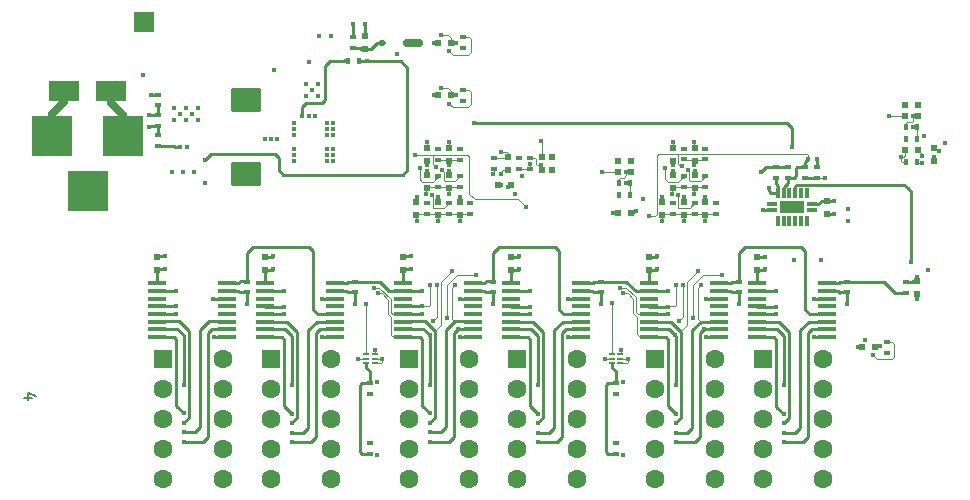
<source format=gbr>
G04 #@! TF.GenerationSoftware,KiCad,Pcbnew,7.0.9*
G04 #@! TF.CreationDate,2024-02-03T10:08:10-06:00*
G04 #@! TF.ProjectId,Stopwatch,53746f70-7761-4746-9368-2e6b69636164,rev?*
G04 #@! TF.SameCoordinates,Original*
G04 #@! TF.FileFunction,Copper,L4,Bot*
G04 #@! TF.FilePolarity,Positive*
%FSLAX46Y46*%
G04 Gerber Fmt 4.6, Leading zero omitted, Abs format (unit mm)*
G04 Created by KiCad (PCBNEW 7.0.9) date 2024-02-03 10:08:10*
%MOMM*%
%LPD*%
G01*
G04 APERTURE LIST*
G04 Aperture macros list*
%AMRoundRect*
0 Rectangle with rounded corners*
0 $1 Rounding radius*
0 $2 $3 $4 $5 $6 $7 $8 $9 X,Y pos of 4 corners*
0 Add a 4 corners polygon primitive as box body*
4,1,4,$2,$3,$4,$5,$6,$7,$8,$9,$2,$3,0*
0 Add four circle primitives for the rounded corners*
1,1,$1+$1,$2,$3*
1,1,$1+$1,$4,$5*
1,1,$1+$1,$6,$7*
1,1,$1+$1,$8,$9*
0 Add four rect primitives between the rounded corners*
20,1,$1+$1,$2,$3,$4,$5,0*
20,1,$1+$1,$4,$5,$6,$7,0*
20,1,$1+$1,$6,$7,$8,$9,0*
20,1,$1+$1,$8,$9,$2,$3,0*%
G04 Aperture macros list end*
%ADD10C,0.150000*%
G04 #@! TA.AperFunction,NonConductor*
%ADD11C,0.150000*%
G04 #@! TD*
G04 #@! TA.AperFunction,ComponentPad*
%ADD12R,1.700000X1.700000*%
G04 #@! TD*
G04 #@! TA.AperFunction,ComponentPad*
%ADD13R,1.600000X1.600000*%
G04 #@! TD*
G04 #@! TA.AperFunction,ComponentPad*
%ADD14C,1.600000*%
G04 #@! TD*
G04 #@! TA.AperFunction,ComponentPad*
%ADD15R,3.500000X3.500000*%
G04 #@! TD*
G04 #@! TA.AperFunction,SMDPad,CuDef*
%ADD16R,0.600000X0.400000*%
G04 #@! TD*
G04 #@! TA.AperFunction,SMDPad,CuDef*
%ADD17R,0.500000X0.600000*%
G04 #@! TD*
G04 #@! TA.AperFunction,SMDPad,CuDef*
%ADD18R,0.570000X0.200000*%
G04 #@! TD*
G04 #@! TA.AperFunction,SMDPad,CuDef*
%ADD19R,0.520000X0.200000*%
G04 #@! TD*
G04 #@! TA.AperFunction,SMDPad,CuDef*
%ADD20R,0.600000X0.500000*%
G04 #@! TD*
G04 #@! TA.AperFunction,SMDPad,CuDef*
%ADD21R,1.500000X0.450000*%
G04 #@! TD*
G04 #@! TA.AperFunction,SMDPad,CuDef*
%ADD22RoundRect,0.112500X-0.187500X-0.112500X0.187500X-0.112500X0.187500X0.112500X-0.187500X0.112500X0*%
G04 #@! TD*
G04 #@! TA.AperFunction,SMDPad,CuDef*
%ADD23R,0.400000X0.600000*%
G04 #@! TD*
G04 #@! TA.AperFunction,SMDPad,CuDef*
%ADD24RoundRect,0.250000X-1.025000X0.787500X-1.025000X-0.787500X1.025000X-0.787500X1.025000X0.787500X0*%
G04 #@! TD*
G04 #@! TA.AperFunction,SMDPad,CuDef*
%ADD25R,0.850000X0.300000*%
G04 #@! TD*
G04 #@! TA.AperFunction,SMDPad,CuDef*
%ADD26R,0.300000X0.850000*%
G04 #@! TD*
G04 #@! TA.AperFunction,SMDPad,CuDef*
%ADD27R,2.050000X1.050000*%
G04 #@! TD*
G04 #@! TA.AperFunction,SMDPad,CuDef*
%ADD28R,2.500000X1.800000*%
G04 #@! TD*
G04 #@! TA.AperFunction,ViaPad*
%ADD29C,0.400000*%
G04 #@! TD*
G04 #@! TA.AperFunction,Conductor*
%ADD30C,0.254000*%
G04 #@! TD*
G04 #@! TA.AperFunction,Conductor*
%ADD31C,0.635000*%
G04 #@! TD*
G04 #@! TA.AperFunction,Conductor*
%ADD32C,0.088900*%
G04 #@! TD*
G04 APERTURE END LIST*
D10*
D11*
X86775847Y-116563950D02*
X86109180Y-116563950D01*
X87156800Y-116325855D02*
X86442514Y-116087760D01*
X86442514Y-116087760D02*
X86442514Y-116706807D01*
D12*
X96269800Y-84705000D03*
D13*
X118681400Y-113192800D03*
D14*
X118681400Y-115732800D03*
X118681400Y-118272800D03*
X118681400Y-120812800D03*
X118681400Y-123352800D03*
X123761400Y-123352800D03*
X123761400Y-120812800D03*
X123761400Y-118272800D03*
X123761400Y-115732800D03*
X123761400Y-113192800D03*
D15*
X94498000Y-94306200D03*
X88498000Y-94306200D03*
X91498000Y-99006200D03*
D13*
X127825400Y-113192800D03*
D14*
X127825400Y-115732800D03*
X127825400Y-118272800D03*
X127825400Y-120812800D03*
X127825400Y-123352800D03*
X132905400Y-123352800D03*
X132905400Y-120812800D03*
X132905400Y-118272800D03*
X132905400Y-115732800D03*
X132905400Y-113192800D03*
D13*
X97853400Y-113192800D03*
D14*
X97853400Y-115732800D03*
X97853400Y-118272800D03*
X97853400Y-120812800D03*
X97853400Y-123352800D03*
X102933400Y-123352800D03*
X102933400Y-120812800D03*
X102933400Y-118272800D03*
X102933400Y-115732800D03*
X102933400Y-113192800D03*
D13*
X148653400Y-113192800D03*
D14*
X148653400Y-115732800D03*
X148653400Y-118272800D03*
X148653400Y-120812800D03*
X148653400Y-123352800D03*
X153733400Y-123352800D03*
X153733400Y-120812800D03*
X153733400Y-118272800D03*
X153733400Y-115732800D03*
X153733400Y-113192800D03*
D13*
X139509400Y-113192800D03*
D14*
X139509400Y-115732800D03*
X139509400Y-118272800D03*
X139509400Y-120812800D03*
X139509400Y-123352800D03*
X144589400Y-123352800D03*
X144589400Y-120812800D03*
X144589400Y-118272800D03*
X144589400Y-115732800D03*
X144589400Y-113192800D03*
D13*
X106997400Y-113192800D03*
D14*
X106997400Y-115732800D03*
X106997400Y-118272800D03*
X106997400Y-120812800D03*
X106997400Y-123352800D03*
X112077400Y-123352800D03*
X112077400Y-120812800D03*
X112077400Y-118272800D03*
X112077400Y-115732800D03*
X112077400Y-113192800D03*
D16*
X121168000Y-95456400D03*
X121168000Y-96356400D03*
D17*
X120253600Y-97667800D03*
X120253600Y-98767800D03*
D16*
X125785190Y-106688000D03*
X125785190Y-107588000D03*
X153222800Y-96980400D03*
X153222800Y-97880400D03*
D18*
X136609500Y-112833200D03*
X136609500Y-113183200D03*
X136609500Y-113533200D03*
D19*
X135879500Y-113533200D03*
X135879500Y-113183200D03*
X135879500Y-112833200D03*
D16*
X104957190Y-106688000D03*
X104957190Y-107588000D03*
X143799400Y-95431000D03*
X143799400Y-96331000D03*
D17*
X106553000Y-105655200D03*
X106553000Y-104555200D03*
D20*
X160724600Y-91740800D03*
X161824600Y-91740800D03*
D21*
X112449400Y-106818000D03*
X112449400Y-107468000D03*
X112449400Y-108118000D03*
X112449400Y-108768000D03*
X112449400Y-109418000D03*
X112449400Y-110068000D03*
X112449400Y-110718000D03*
X112449400Y-111368000D03*
X106549400Y-111368000D03*
X106549400Y-110718000D03*
X106549400Y-110068000D03*
X106549400Y-109418000D03*
X106549400Y-108768000D03*
X106549400Y-108118000D03*
X106549400Y-107468000D03*
X106549400Y-106818000D03*
D17*
X129931000Y-96118400D03*
X129931000Y-97218400D03*
D22*
X116461800Y-86432200D03*
X118561800Y-86432200D03*
D17*
X130845400Y-96118400D03*
X130845400Y-97218400D03*
X142885000Y-97660600D03*
X142885000Y-98760600D03*
D16*
X115366600Y-116173200D03*
X115366600Y-115273200D03*
D17*
X122082400Y-95356400D03*
X122082400Y-96456400D03*
D16*
X136194600Y-116173200D03*
X136194600Y-115273200D03*
D20*
X136391400Y-96490600D03*
X137491400Y-96490600D03*
D21*
X144961400Y-106818000D03*
X144961400Y-107468000D03*
X144961400Y-108118000D03*
X144961400Y-108768000D03*
X144961400Y-109418000D03*
X144961400Y-110068000D03*
X144961400Y-110718000D03*
X144961400Y-111368000D03*
X139061400Y-111368000D03*
X139061400Y-110718000D03*
X139061400Y-110068000D03*
X139061400Y-109418000D03*
X139061400Y-108768000D03*
X139061400Y-108118000D03*
X139061400Y-107468000D03*
X139061400Y-106818000D03*
D20*
X127372200Y-98497200D03*
X126272200Y-98497200D03*
D21*
X154105400Y-106818000D03*
X154105400Y-107468000D03*
X154105400Y-108118000D03*
X154105400Y-108768000D03*
X154105400Y-109418000D03*
X154105400Y-110068000D03*
X154105400Y-110718000D03*
X154105400Y-111368000D03*
X148205400Y-111368000D03*
X148205400Y-110718000D03*
X148205400Y-110068000D03*
X148205400Y-109418000D03*
X148205400Y-108768000D03*
X148205400Y-108118000D03*
X148205400Y-107468000D03*
X148205400Y-106818000D03*
D16*
X123277600Y-91352600D03*
X123277600Y-90452600D03*
X149743000Y-97880400D03*
X149743000Y-96980400D03*
D18*
X115794100Y-112833200D03*
X115794100Y-113183200D03*
X115794100Y-113533200D03*
D19*
X115064100Y-113533200D03*
X115064100Y-113183200D03*
X115064100Y-112833200D03*
D17*
X119339200Y-99946600D03*
X119339200Y-101046600D03*
X122996800Y-99946600D03*
X122996800Y-101046600D03*
D23*
X160824600Y-94560200D03*
X161724600Y-94560200D03*
D16*
X120253600Y-100046600D03*
X120253600Y-100946600D03*
D17*
X142885000Y-95331000D03*
X142885000Y-96431000D03*
D20*
X161824600Y-95500000D03*
X160724600Y-95500000D03*
D16*
X143799400Y-97760600D03*
X143799400Y-98660600D03*
X115366600Y-120353200D03*
X115366600Y-121253200D03*
D20*
X137491400Y-100834000D03*
X136391400Y-100834000D03*
D16*
X125882400Y-97118400D03*
X125882400Y-96218400D03*
D23*
X136491400Y-99310000D03*
X137391400Y-99310000D03*
D16*
X97469800Y-92586200D03*
X97469800Y-93486200D03*
D21*
X103305400Y-106818000D03*
X103305400Y-107468000D03*
X103305400Y-108118000D03*
X103305400Y-108768000D03*
X103305400Y-109418000D03*
X103305400Y-110068000D03*
X103305400Y-110718000D03*
X103305400Y-111368000D03*
X97405400Y-111368000D03*
X97405400Y-110718000D03*
X97405400Y-110068000D03*
X97405400Y-109418000D03*
X97405400Y-108768000D03*
X97405400Y-108118000D03*
X97405400Y-107468000D03*
X97405400Y-106818000D03*
D16*
X160817400Y-107617400D03*
X160817400Y-106717400D03*
D17*
X141970600Y-99946600D03*
X141970600Y-101046600D03*
D16*
X122082400Y-100046600D03*
X122082400Y-100946600D03*
D20*
X122303600Y-86432200D03*
X121203600Y-86432200D03*
D16*
X142885000Y-100046600D03*
X142885000Y-100946600D03*
D24*
X104876600Y-91324700D03*
X104876600Y-97549700D03*
D23*
X137391400Y-98344800D03*
X136491400Y-98344800D03*
D17*
X122082400Y-97667800D03*
X122082400Y-98767800D03*
X143799400Y-99939400D03*
X143799400Y-101039400D03*
D16*
X121168000Y-97767800D03*
X121168000Y-98667800D03*
X134929190Y-106688000D03*
X134929190Y-107588000D03*
D17*
X141056200Y-95323800D03*
X141056200Y-96423800D03*
D16*
X123277600Y-86882200D03*
X123277600Y-85982200D03*
D21*
X133277400Y-106818000D03*
X133277400Y-107468000D03*
X133277400Y-108118000D03*
X133277400Y-108768000D03*
X133277400Y-109418000D03*
X133277400Y-110068000D03*
X133277400Y-110718000D03*
X133277400Y-111368000D03*
X127377400Y-111368000D03*
X127377400Y-110718000D03*
X127377400Y-110068000D03*
X127377400Y-109418000D03*
X127377400Y-108768000D03*
X127377400Y-108118000D03*
X127377400Y-107468000D03*
X127377400Y-106818000D03*
D16*
X141970600Y-97760600D03*
X141970600Y-98660600D03*
D20*
X160724600Y-92655200D03*
X161824600Y-92655200D03*
D17*
X114971428Y-86982200D03*
X114971428Y-85882200D03*
D16*
X128026000Y-96218400D03*
X128026000Y-97118400D03*
X97469800Y-90859000D03*
X97469800Y-91759000D03*
X114101190Y-106688000D03*
X114101190Y-107588000D03*
X152232200Y-96980400D03*
X152232200Y-97880400D03*
X122996800Y-97767800D03*
X122996800Y-98667800D03*
D20*
X122303600Y-90902600D03*
X121203600Y-90902600D03*
D17*
X127381000Y-105655200D03*
X127381000Y-104555200D03*
X161696400Y-107687200D03*
X161696400Y-106587200D03*
D16*
X97469800Y-94288000D03*
X97469800Y-95188000D03*
X113980828Y-86882200D03*
X113980828Y-85982200D03*
D25*
X152865400Y-100626800D03*
D26*
X152415400Y-101576800D03*
X151915400Y-101576800D03*
X151415400Y-101576800D03*
X150915400Y-101576800D03*
X150415400Y-101576800D03*
X149915400Y-101576800D03*
D25*
X149465400Y-100626800D03*
X149465400Y-100126800D03*
D26*
X149915400Y-99176800D03*
X150415400Y-99176800D03*
X150915400Y-99176800D03*
X151415400Y-99176800D03*
X151915400Y-99176800D03*
X152415400Y-99176800D03*
D25*
X152865400Y-100126800D03*
D27*
X151165400Y-100376800D03*
D17*
X140141800Y-99939400D03*
X140141800Y-101039400D03*
D16*
X141970600Y-95423800D03*
X141970600Y-96323800D03*
D17*
X127086200Y-97218400D03*
X127086200Y-96118400D03*
D16*
X146613190Y-106688000D03*
X146613190Y-107588000D03*
D17*
X148209000Y-105655200D03*
X148209000Y-104555200D03*
D20*
X158192400Y-112238600D03*
X157092400Y-112238600D03*
D16*
X144713800Y-100039400D03*
X144713800Y-100939400D03*
D17*
X163195000Y-95369200D03*
X163195000Y-96469200D03*
X139065000Y-105655200D03*
X139065000Y-104555200D03*
D16*
X155757190Y-106688000D03*
X155757190Y-107588000D03*
D17*
X120253600Y-95356400D03*
X120253600Y-96456400D03*
D16*
X122996800Y-95456400D03*
X122996800Y-96356400D03*
D17*
X118237000Y-105655200D03*
X118237000Y-104555200D03*
X121168000Y-99946600D03*
X121168000Y-101046600D03*
D23*
X114430828Y-87956200D03*
X113530828Y-87956200D03*
X161724600Y-96545400D03*
X160824600Y-96545400D03*
X161724600Y-93595000D03*
X160824600Y-93595000D03*
D16*
X159166400Y-112688600D03*
X159166400Y-111788600D03*
X150759000Y-97880400D03*
X150759000Y-96980400D03*
X136194600Y-120353200D03*
X136194600Y-121253200D03*
D28*
X93500800Y-90521600D03*
X89500800Y-90521600D03*
D16*
X128991200Y-97118400D03*
X128991200Y-96218400D03*
X123911200Y-100046600D03*
X123911200Y-100946600D03*
X141056200Y-100039400D03*
X141056200Y-100939400D03*
D21*
X124133400Y-106818000D03*
X124133400Y-107468000D03*
X124133400Y-108118000D03*
X124133400Y-108768000D03*
X124133400Y-109418000D03*
X124133400Y-110068000D03*
X124133400Y-110718000D03*
X124133400Y-111368000D03*
X118233400Y-111368000D03*
X118233400Y-110718000D03*
X118233400Y-110068000D03*
X118233400Y-109418000D03*
X118233400Y-108768000D03*
X118233400Y-108118000D03*
X118233400Y-107468000D03*
X118233400Y-106818000D03*
D17*
X141056200Y-97660600D03*
X141056200Y-98760600D03*
X97409000Y-105655200D03*
X97409000Y-104555200D03*
X154111800Y-99826800D03*
X154111800Y-100926800D03*
D20*
X136391400Y-97405000D03*
X137491400Y-97405000D03*
D29*
X96850200Y-90855800D03*
X104876600Y-97561400D03*
X110769400Y-92633800D03*
X146608800Y-108581300D03*
X120142000Y-99263200D03*
X109993400Y-90982800D03*
X98039610Y-104513000D03*
X108940600Y-93726000D03*
X150647400Y-100376800D03*
X162610800Y-105664000D03*
X120243600Y-96774000D03*
X121158000Y-101574600D03*
X142863411Y-96783510D03*
X152984200Y-111379000D03*
X148539200Y-97409000D03*
X155854400Y-100507800D03*
X102179810Y-111345600D03*
X111323810Y-111371000D03*
X114092410Y-108581300D03*
X153898600Y-97891600D03*
X151663400Y-100376800D03*
X126502000Y-98497200D03*
X142865000Y-99212400D03*
X104368600Y-98124200D03*
X114985800Y-84861400D03*
X118867610Y-104513000D03*
X108940600Y-95910400D03*
X161366200Y-92659200D03*
X96189800Y-89154000D03*
X139695610Y-104538400D03*
X107238800Y-88773000D03*
X162306000Y-94335600D03*
X160324800Y-96088200D03*
X108940600Y-94244000D03*
X156692600Y-112242600D03*
X117652800Y-87376000D03*
X108940600Y-93228000D03*
X108940600Y-96428400D03*
X137239900Y-113182400D03*
X110261400Y-88036400D03*
X120827800Y-90906600D03*
X122986800Y-101574600D03*
X110501400Y-90420000D03*
X148666200Y-100634800D03*
X151282400Y-104851200D03*
X125776410Y-108581300D03*
X105384600Y-97108200D03*
X143835810Y-111371000D03*
X123007810Y-111345600D03*
X105384600Y-98124200D03*
X120819900Y-86440200D03*
X122072400Y-99212400D03*
X119354600Y-101574600D03*
X104948410Y-108581300D03*
X127660400Y-99263200D03*
X99949000Y-95275400D03*
X129921000Y-96824800D03*
X116408200Y-113182400D03*
X154660600Y-100914200D03*
X106984800Y-94564200D03*
X140934600Y-99263200D03*
X163195000Y-96113600D03*
X128295400Y-97688400D03*
X128011610Y-104538400D03*
X138480800Y-99669600D03*
X107183610Y-104538400D03*
X101447600Y-98298000D03*
X104368600Y-97108200D03*
X126517400Y-95707200D03*
X151165400Y-100376800D03*
X141036200Y-96774000D03*
X106486800Y-94564200D03*
X161696400Y-106248200D03*
X148844000Y-104546400D03*
X122070811Y-96783510D03*
X107502800Y-94564200D03*
X109993400Y-89966800D03*
X155748410Y-108581300D03*
X111009400Y-90982800D03*
X140147200Y-101574600D03*
X143779400Y-101574600D03*
X135991600Y-100838000D03*
X108940600Y-95412400D03*
X141950600Y-101574600D03*
X164084000Y-94945200D03*
X137083800Y-97409000D03*
X111009400Y-89966800D03*
X134920410Y-108581300D03*
X132151810Y-111371000D03*
X104368600Y-90834400D03*
X104876600Y-91287600D03*
X104368600Y-91850400D03*
X105384600Y-91850400D03*
X105384600Y-90834400D03*
X99339400Y-95275400D03*
X98602800Y-97383902D03*
X98831400Y-91973400D03*
X100863400Y-92989400D03*
X100355400Y-92481400D03*
X99847400Y-91973400D03*
X99847400Y-92989400D03*
X100507800Y-97383902D03*
X100863400Y-91973400D03*
X99568000Y-97383902D03*
X99339400Y-92481400D03*
X98831400Y-92989400D03*
X130845400Y-96118400D03*
X130845400Y-97218400D03*
X136391400Y-96490600D03*
X137491400Y-96490600D03*
X160724600Y-91740800D03*
X161824600Y-91740800D03*
X128026000Y-96218400D03*
X136491400Y-99310000D03*
X160824600Y-94560200D03*
X112293400Y-93726000D03*
X135259500Y-113181600D03*
X140147200Y-99542600D03*
X122072400Y-94869000D03*
X112293400Y-95910400D03*
X116001800Y-115163600D03*
X121412000Y-90271600D03*
X136834300Y-121360400D03*
X120243600Y-97307400D03*
X142865000Y-94869000D03*
X122674100Y-86440200D03*
X122682000Y-90906600D03*
X148844000Y-105638600D03*
X114427000Y-113182400D03*
X155854400Y-101574600D03*
X126493679Y-97557220D03*
X141036200Y-94869000D03*
X137896600Y-100711000D03*
X111074200Y-85902800D03*
X120243600Y-94869000D03*
X112293400Y-96428400D03*
X154660600Y-99822000D03*
X139695610Y-105630600D03*
X98039610Y-105605200D03*
X142915800Y-97307400D03*
X118867610Y-105605200D03*
X121158000Y-99542600D03*
X162179000Y-96037400D03*
X157302200Y-111607600D03*
X119532400Y-86436200D03*
X119354600Y-99542600D03*
X111785400Y-93726000D03*
X112115600Y-85902800D03*
X153619200Y-104851200D03*
X112293400Y-94244000D03*
X112293400Y-93228000D03*
X111785400Y-94244000D03*
X107183610Y-105630600D03*
X141950600Y-99542600D03*
X110236000Y-92659200D03*
X163576000Y-95571702D03*
X127057376Y-98654360D03*
X121404100Y-85805200D03*
X161696400Y-108153200D03*
X141036200Y-97307400D03*
X111785400Y-95412400D03*
X111785400Y-95910400D03*
X122123200Y-97307400D03*
X159334200Y-92659200D03*
X112293400Y-95412400D03*
X115798600Y-112471200D03*
X135051800Y-97409000D03*
X111785400Y-96428400D03*
X158563435Y-112150499D03*
X128011610Y-105630600D03*
X143779400Y-99542600D03*
X136834300Y-115162800D03*
X116001800Y-121361200D03*
X129921000Y-94792800D03*
X136631100Y-112470400D03*
X111785400Y-93228000D03*
X122986800Y-99542600D03*
X123269700Y-86886200D03*
X136199100Y-116172400D03*
X136199100Y-120352400D03*
X123277600Y-91352600D03*
X159166400Y-112688600D03*
X115366600Y-116173200D03*
X115366600Y-120353200D03*
X101447600Y-96367600D03*
X115112800Y-88011000D03*
X124231400Y-93243400D03*
X151155400Y-95300800D03*
X153238200Y-96266000D03*
X108127800Y-107467400D03*
X141833600Y-96901000D03*
X128600200Y-100380800D03*
X139008650Y-101142800D03*
X98983800Y-107467400D03*
X120986000Y-96977200D03*
X119237650Y-95910400D03*
X152476200Y-96266000D03*
X149225000Y-98755200D03*
X113334800Y-88011000D03*
X109677200Y-92633800D03*
X113969800Y-84861400D03*
X160817400Y-107617400D03*
X96723200Y-92557600D03*
X96723200Y-93573600D03*
X161239200Y-105003600D03*
X122115300Y-87176800D03*
X122123200Y-91643200D03*
X158013400Y-112852200D03*
X128981200Y-96748600D03*
X137083800Y-98348800D03*
X161366200Y-93599000D03*
X125857000Y-97561400D03*
X162179000Y-96596200D03*
X149783800Y-107467400D03*
X140639800Y-107467400D03*
X143789400Y-95456400D03*
X119811800Y-107442000D03*
X122996800Y-95456400D03*
X128955800Y-107467400D03*
X132130800Y-108127800D03*
X123012200Y-108127800D03*
X111328200Y-108127800D03*
X152958800Y-108127800D03*
X115062000Y-108559600D03*
X135864600Y-108483400D03*
X102082600Y-108127800D03*
X143814800Y-108127800D03*
X141046200Y-100046600D03*
X141450878Y-99366456D03*
X142875000Y-100046600D03*
X144703800Y-100046600D03*
X141888100Y-97840300D03*
X140401200Y-97053400D03*
X142285800Y-97210800D03*
X143789400Y-97767800D03*
X141960600Y-95456400D03*
X120253600Y-100046600D03*
X120658278Y-99366456D03*
X122082400Y-100046600D03*
X123911200Y-100046600D03*
X119608600Y-97053400D03*
X121095500Y-97840300D03*
X121526300Y-97243900D03*
X122996800Y-97767800D03*
X121168000Y-95456400D03*
X150420600Y-115463200D03*
X149783800Y-109423200D03*
X149783800Y-108788200D03*
X150420600Y-117863200D03*
X150420600Y-118663200D03*
X150420600Y-119463200D03*
X150418800Y-120269000D03*
X141272210Y-115455200D03*
X141868800Y-106959400D03*
X141563310Y-109982000D03*
X141256610Y-111220400D03*
X140635410Y-109415200D03*
X136560200Y-107188000D03*
X141310000Y-106959400D03*
X140635410Y-108780200D03*
X136865000Y-107674300D03*
X141272210Y-117855200D03*
X143164200Y-105791000D03*
X141272210Y-118655200D03*
X141272210Y-119455200D03*
X143392800Y-106959400D03*
X145196200Y-106070400D03*
X141270410Y-120261000D03*
X142732400Y-109728000D03*
X143668410Y-110684600D03*
X129588210Y-115455200D03*
X128951410Y-109415200D03*
X128951410Y-108780200D03*
X129588210Y-117855200D03*
X129588210Y-118655200D03*
X129588210Y-119455200D03*
X129586410Y-120261000D03*
X120444210Y-111220400D03*
X120444210Y-115429800D03*
X121056400Y-106959400D03*
X120750910Y-109982000D03*
X115747800Y-107188000D03*
X119807410Y-109389800D03*
X120497600Y-106959400D03*
X119807410Y-108754800D03*
X116052600Y-107674300D03*
X120444210Y-117829800D03*
X122351800Y-105791000D03*
X120444210Y-118629800D03*
X120444210Y-119429800D03*
X122580400Y-106959400D03*
X122856010Y-110684600D03*
X121920000Y-109728000D03*
X124383800Y-106070400D03*
X120442410Y-120235600D03*
X108760210Y-115455200D03*
X108123410Y-109415200D03*
X108123410Y-108780200D03*
X108760210Y-117855200D03*
X108760210Y-118655200D03*
X108760210Y-119455200D03*
X108758410Y-120261000D03*
X99616210Y-115429800D03*
X98979410Y-109389800D03*
X98979410Y-108754800D03*
X99616210Y-117829800D03*
X99616210Y-118629800D03*
X99616210Y-119429800D03*
X99614410Y-120235600D03*
D30*
X97469800Y-90859000D02*
X96853400Y-90859000D01*
D31*
X93500800Y-91545000D02*
X94498000Y-92542200D01*
X94498000Y-92542200D02*
X94498000Y-94306200D01*
D30*
X96853400Y-90859000D02*
X96850200Y-90855800D01*
D31*
X93500800Y-90521600D02*
X93500800Y-91545000D01*
D32*
X122986800Y-101056600D02*
X122996800Y-101046600D01*
X122082400Y-99202400D02*
X122072400Y-99212400D01*
D30*
X155042200Y-107468000D02*
X155168600Y-107594400D01*
X104952800Y-107588000D02*
X104952800Y-108576910D01*
D32*
X142775000Y-98667800D02*
X142875000Y-98767800D01*
X142863411Y-96783510D02*
X142863411Y-96467989D01*
X160824600Y-96545400D02*
X160426400Y-96545400D01*
D30*
X149465400Y-100626800D02*
X148674200Y-100626800D01*
X134924800Y-107588000D02*
X134924800Y-108576910D01*
D32*
X126817400Y-96118400D02*
X126717400Y-96218400D01*
D30*
X155175000Y-107588000D02*
X155757190Y-107588000D01*
X111334810Y-111360000D02*
X111323810Y-111371000D01*
X154105400Y-111368000D02*
X152995200Y-111368000D01*
D32*
X141960600Y-96356400D02*
X142775000Y-96356400D01*
X160426400Y-96545400D02*
X160324800Y-96443800D01*
X142875000Y-98767800D02*
X142875000Y-99202400D01*
X127000000Y-95707200D02*
X127086200Y-95793400D01*
X121158000Y-101056600D02*
X121168000Y-101046600D01*
X122070811Y-96783510D02*
X122070811Y-96467989D01*
D30*
X160817400Y-106717400D02*
X161278000Y-106717400D01*
D32*
X141036200Y-96466400D02*
X141046200Y-96456400D01*
X136491400Y-98344800D02*
X136491400Y-97950600D01*
D30*
X146613190Y-108576910D02*
X146608800Y-108581300D01*
D32*
X129416200Y-96218400D02*
X129489200Y-96291400D01*
D30*
X125780800Y-108576910D02*
X125776410Y-108581300D01*
D32*
X120819900Y-86440200D02*
X121191700Y-86440200D01*
D30*
X118232610Y-104521800D02*
X118858810Y-104521800D01*
D32*
X120353600Y-98667800D02*
X120253600Y-98767800D01*
X115794100Y-113533200D02*
X116336800Y-113533200D01*
D31*
X89500800Y-91474200D02*
X89500800Y-90521600D01*
D30*
X114096800Y-108576910D02*
X114092410Y-108581300D01*
D32*
X161696400Y-106248200D02*
X161696400Y-106587200D01*
X157088400Y-112242600D02*
X157092400Y-112238600D01*
X121982400Y-98667800D02*
X122082400Y-98767800D01*
X140231800Y-100946600D02*
X140131800Y-101046600D01*
X140131800Y-101559200D02*
X140131800Y-101046600D01*
X137083800Y-97409000D02*
X137487400Y-97409000D01*
D30*
X148209000Y-104555200D02*
X148835200Y-104555200D01*
X144957010Y-111360000D02*
X143846810Y-111360000D01*
D32*
X123911200Y-100946600D02*
X123096800Y-100946600D01*
X141950600Y-101574600D02*
X141950600Y-101056600D01*
D30*
X102190810Y-111334600D02*
X102179810Y-111345600D01*
D32*
X137083800Y-97663000D02*
X137083800Y-97409000D01*
X137169300Y-113532400D02*
X137240700Y-113461000D01*
X141146200Y-96356400D02*
X141046200Y-96456400D01*
X126517400Y-95707200D02*
X127000000Y-95707200D01*
D30*
X124129010Y-111334600D02*
X123018810Y-111334600D01*
X113514610Y-107580000D02*
X114096800Y-107580000D01*
X153222800Y-97880400D02*
X152232200Y-97880400D01*
X103301010Y-111334600D02*
X102190810Y-111334600D01*
D32*
X136575800Y-97866200D02*
X136880600Y-97866200D01*
X141960600Y-98667800D02*
X141146200Y-98667800D01*
X120142000Y-98879400D02*
X120253600Y-98767800D01*
X140147200Y-101574600D02*
X140131800Y-101559200D01*
X129921000Y-97208400D02*
X129931000Y-97218400D01*
X141046200Y-100946600D02*
X141860600Y-100946600D01*
D30*
X133273010Y-111360000D02*
X132162810Y-111360000D01*
X134342610Y-107580000D02*
X134924800Y-107580000D01*
X146026610Y-107580000D02*
X146608800Y-107580000D01*
X143846810Y-111360000D02*
X143835810Y-111371000D01*
D32*
X142975000Y-98667800D02*
X142875000Y-98767800D01*
X122070811Y-96467989D02*
X122082400Y-96456400D01*
X161290000Y-93116400D02*
X160909000Y-93116400D01*
X122182400Y-98667800D02*
X122082400Y-98767800D01*
X119439200Y-100946600D02*
X119339200Y-101046600D01*
X142875000Y-100946600D02*
X143689400Y-100946600D01*
X121158000Y-101574600D02*
X121158000Y-101056600D01*
X143889400Y-100946600D02*
X143789400Y-101046600D01*
X141860600Y-100946600D02*
X141960600Y-101046600D01*
X121168000Y-96356400D02*
X121982400Y-96356400D01*
D30*
X123018810Y-111334600D02*
X123007810Y-111345600D01*
D32*
X153887400Y-97880400D02*
X153898600Y-97891600D01*
X160324800Y-96088200D02*
X160629600Y-96088200D01*
X120253600Y-100946600D02*
X121068000Y-100946600D01*
X129921000Y-96824800D02*
X129921000Y-97208400D01*
X143789400Y-96356400D02*
X142975000Y-96356400D01*
X143779400Y-101574600D02*
X143779400Y-101056600D01*
X120353600Y-96356400D02*
X120253600Y-96456400D01*
X129565400Y-96824800D02*
X129921000Y-96824800D01*
D30*
X113381810Y-107460000D02*
X113508210Y-107586400D01*
X114971428Y-85882200D02*
X114971428Y-84875772D01*
D32*
X120243600Y-96466400D02*
X120253600Y-96456400D01*
X142875000Y-100946600D02*
X142060600Y-100946600D01*
D30*
X161408200Y-106587200D02*
X161696400Y-106587200D01*
X150759000Y-96980400D02*
X149743000Y-96980400D01*
D32*
X135991600Y-100838000D02*
X136387400Y-100838000D01*
X128991200Y-96218400D02*
X129416200Y-96218400D01*
D30*
X125780800Y-107588000D02*
X125780800Y-108576910D01*
D32*
X144703800Y-100946600D02*
X143889400Y-100946600D01*
D30*
X98030810Y-104521800D02*
X98039610Y-104513000D01*
D32*
X123096800Y-100946600D02*
X122996800Y-101046600D01*
D30*
X125065810Y-107434600D02*
X125192210Y-107561000D01*
X152995200Y-111368000D02*
X152984200Y-111379000D01*
X155752800Y-108576910D02*
X155748410Y-108581300D01*
D32*
X120827800Y-90906600D02*
X121199600Y-90906600D01*
X142975000Y-96356400D02*
X142875000Y-96456400D01*
X120253600Y-100946600D02*
X119439200Y-100946600D01*
X160724600Y-95993200D02*
X160724600Y-95500000D01*
X153222800Y-97880400D02*
X153887400Y-97880400D01*
X122996800Y-98667800D02*
X122182400Y-98667800D01*
X161366200Y-92659200D02*
X161366200Y-93040200D01*
X127086200Y-96118400D02*
X126817400Y-96118400D01*
D30*
X139686810Y-104547200D02*
X139695610Y-104538400D01*
D32*
X141146200Y-98667800D02*
X141046200Y-98767800D01*
D30*
X145893810Y-107460000D02*
X146020210Y-107586400D01*
D32*
X141036200Y-96774000D02*
X141036200Y-96466400D01*
X129489200Y-96291400D02*
X129489200Y-96748600D01*
D30*
X154648000Y-100926800D02*
X154660600Y-100914200D01*
D32*
X143779400Y-101056600D02*
X143789400Y-101046600D01*
D30*
X104364210Y-107561000D02*
X104370610Y-107554600D01*
D32*
X160629600Y-96088200D02*
X160724600Y-95993200D01*
X161366200Y-92659200D02*
X161820600Y-92659200D01*
X156692600Y-112242600D02*
X157088400Y-112242600D01*
X122896800Y-100946600D02*
X122996800Y-101046600D01*
D30*
X113508210Y-107586400D02*
X113514610Y-107580000D01*
X104370610Y-107554600D02*
X104952800Y-107554600D01*
D32*
X140934600Y-98879400D02*
X141046200Y-98767800D01*
X141950600Y-101056600D02*
X141960600Y-101046600D01*
X121191700Y-86440200D02*
X121195700Y-86436200D01*
X116408200Y-113461800D02*
X116408200Y-113182400D01*
X116336800Y-113533200D02*
X116408200Y-113461800D01*
X141960600Y-98667800D02*
X142775000Y-98667800D01*
X122082400Y-100946600D02*
X122896800Y-100946600D01*
X140934600Y-99263200D02*
X140934600Y-98879400D01*
X122182400Y-96356400D02*
X122082400Y-96456400D01*
D30*
X125198610Y-107554600D02*
X125780800Y-107554600D01*
D32*
X122996800Y-96356400D02*
X122182400Y-96356400D01*
X136491400Y-97950600D02*
X136575800Y-97866200D01*
X126272200Y-98497200D02*
X126502000Y-98497200D01*
D30*
X149743000Y-96980400D02*
X148967800Y-96980400D01*
D32*
X137240700Y-113461000D02*
X137240700Y-113181600D01*
X136626600Y-113182400D02*
X137239900Y-113182400D01*
D30*
X161278000Y-106717400D02*
X161408200Y-106587200D01*
X154111800Y-100926800D02*
X154648000Y-100926800D01*
D32*
X121268000Y-100946600D02*
X121168000Y-101046600D01*
X137239900Y-113182400D02*
X137240700Y-113181600D01*
D30*
X124129010Y-107434600D02*
X125065810Y-107434600D01*
X104952800Y-108576910D02*
X104948410Y-108581300D01*
X133273010Y-107460000D02*
X134209810Y-107460000D01*
X104237810Y-107434600D02*
X104364210Y-107561000D01*
X114096800Y-107588000D02*
X114096800Y-108576910D01*
D32*
X121168000Y-98667800D02*
X121982400Y-98667800D01*
X126717400Y-96218400D02*
X126146400Y-96218400D01*
D30*
X139060610Y-104547200D02*
X139686810Y-104547200D01*
D31*
X88498000Y-94306200D02*
X88498000Y-92477000D01*
D32*
X120142000Y-99263200D02*
X120142000Y-98879400D01*
D30*
X154105400Y-107468000D02*
X155042200Y-107468000D01*
X132162810Y-111360000D02*
X132151810Y-111371000D01*
D32*
X121982400Y-96356400D02*
X122082400Y-96456400D01*
D30*
X144957010Y-107460000D02*
X145893810Y-107460000D01*
D32*
X161820600Y-92659200D02*
X161824600Y-92655200D01*
D30*
X97404610Y-104521800D02*
X98030810Y-104521800D01*
X106548610Y-104547200D02*
X107174810Y-104547200D01*
X155168600Y-107594400D02*
X155175000Y-107588000D01*
D32*
X116407400Y-113183200D02*
X116408200Y-113182400D01*
D30*
X107174810Y-104547200D02*
X107183610Y-104538400D01*
D32*
X121199600Y-90906600D02*
X121203600Y-90902600D01*
X136880600Y-97866200D02*
X137083800Y-97663000D01*
D30*
X155752800Y-107588000D02*
X155752800Y-108576910D01*
D32*
X142875000Y-99202400D02*
X142865000Y-99212400D01*
X160909000Y-93116400D02*
X160824600Y-93200800D01*
D30*
X134924800Y-108576910D02*
X134920410Y-108581300D01*
D32*
X136387400Y-100838000D02*
X136391400Y-100834000D01*
X142863411Y-96467989D02*
X142875000Y-96456400D01*
X143689400Y-100946600D02*
X143789400Y-101046600D01*
D30*
X112445010Y-107460000D02*
X113381810Y-107460000D01*
X146020210Y-107586400D02*
X146026610Y-107580000D01*
X134209810Y-107460000D02*
X134336210Y-107586400D01*
X103301010Y-107434600D02*
X104237810Y-107434600D01*
D32*
X137487400Y-97409000D02*
X137491400Y-97405000D01*
X142775000Y-96356400D02*
X142875000Y-96456400D01*
X142060600Y-100946600D02*
X141960600Y-101046600D01*
X122082400Y-100946600D02*
X121268000Y-100946600D01*
X119339200Y-101559200D02*
X119339200Y-101046600D01*
D30*
X112445010Y-111360000D02*
X111334810Y-111360000D01*
D32*
X160324800Y-96443800D02*
X160324800Y-96088200D01*
D30*
X148674200Y-100626800D02*
X148666200Y-100634800D01*
X128002810Y-104547200D02*
X128011610Y-104538400D01*
D32*
X163195000Y-96469200D02*
X163195000Y-96113600D01*
D30*
X148835200Y-104555200D02*
X148844000Y-104546400D01*
X148967800Y-96980400D02*
X148539200Y-97409000D01*
D32*
X119354600Y-101574600D02*
X119339200Y-101559200D01*
X122986800Y-101574600D02*
X122986800Y-101056600D01*
X136626600Y-113532400D02*
X137169300Y-113532400D01*
X115794100Y-113183200D02*
X116407400Y-113183200D01*
D30*
X118858810Y-104521800D02*
X118867610Y-104513000D01*
D32*
X121068000Y-100946600D02*
X121168000Y-101046600D01*
X141046200Y-100946600D02*
X140231800Y-100946600D01*
D30*
X114971428Y-84875772D02*
X114985800Y-84861400D01*
X127376610Y-104547200D02*
X128002810Y-104547200D01*
D32*
X120243600Y-96774000D02*
X120243600Y-96466400D01*
D31*
X88498000Y-92477000D02*
X89500800Y-91474200D01*
D32*
X160824600Y-93200800D02*
X160824600Y-93595000D01*
D30*
X125192210Y-107561000D02*
X125198610Y-107554600D01*
X146613190Y-107588000D02*
X146613190Y-108576910D01*
D32*
X143789400Y-98667800D02*
X142975000Y-98667800D01*
D30*
X134336210Y-107586400D02*
X134342610Y-107580000D01*
D32*
X129489200Y-96748600D02*
X129565400Y-96824800D01*
X122082400Y-98767800D02*
X122082400Y-99202400D01*
X161366200Y-93040200D02*
X161290000Y-93116400D01*
X127086200Y-95793400D02*
X127086200Y-96118400D01*
X121168000Y-98667800D02*
X120353600Y-98667800D01*
D30*
X99314000Y-95250000D02*
X99339400Y-95275400D01*
X97469800Y-95188000D02*
X98794800Y-95188000D01*
X98856800Y-95250000D02*
X99314000Y-95250000D01*
X98794800Y-95188000D02*
X98856800Y-95250000D01*
X114971428Y-86982200D02*
X114617400Y-86982200D01*
X115455800Y-86982200D02*
X114971428Y-86982200D01*
X116461800Y-86432200D02*
X116005800Y-86432200D01*
X116005800Y-86432200D02*
X115455800Y-86982200D01*
X114017428Y-86918800D02*
X113980828Y-86882200D01*
X114554000Y-86918800D02*
X114017428Y-86918800D01*
X114617400Y-86982200D02*
X114554000Y-86918800D01*
D32*
X122307600Y-90906600D02*
X122303600Y-90902600D01*
D30*
X97404610Y-105621800D02*
X98023010Y-105621800D01*
X97401010Y-105625400D02*
X97404610Y-105621800D01*
D31*
X118561800Y-86432200D02*
X119528400Y-86432200D01*
D30*
X139057010Y-106810000D02*
X139057010Y-105650800D01*
D32*
X163576000Y-95571702D02*
X163397502Y-95571702D01*
X142915800Y-97627000D02*
X142875000Y-97667800D01*
X141036200Y-97307400D02*
X141036200Y-97657800D01*
X114427800Y-113183200D02*
X114427000Y-113182400D01*
D30*
X97401010Y-106784600D02*
X97401010Y-105625400D01*
D32*
X122123200Y-97627000D02*
X122082400Y-97667800D01*
X119354600Y-99542600D02*
X119339200Y-99558000D01*
D30*
X106545010Y-105650800D02*
X106548610Y-105647200D01*
D32*
X140147200Y-99542600D02*
X140131800Y-99558000D01*
X143779400Y-99542600D02*
X143779400Y-99936600D01*
X135051800Y-97409000D02*
X135055800Y-97405000D01*
X140131800Y-99558000D02*
X140131800Y-99946600D01*
X158475334Y-112238600D02*
X158563435Y-112150499D01*
X129921000Y-94792800D02*
X129931000Y-94802800D01*
X136626600Y-112474900D02*
X136631100Y-112470400D01*
X141036200Y-95346400D02*
X141046200Y-95356400D01*
X162179000Y-96037400D02*
X162179000Y-95854400D01*
X136626600Y-112832400D02*
X136626600Y-112474900D01*
D30*
X139057010Y-105650800D02*
X139060610Y-105647200D01*
X139679010Y-105647200D02*
X139695610Y-105630600D01*
X127376610Y-105647200D02*
X127995010Y-105647200D01*
D32*
X122047000Y-90271600D02*
X122303600Y-90528200D01*
X120243600Y-97657800D02*
X120253600Y-97667800D01*
X122072400Y-95346400D02*
X122082400Y-95356400D01*
X115794100Y-112833200D02*
X115794100Y-112475700D01*
X122303600Y-90528200D02*
X122303600Y-90902600D01*
D30*
X154655800Y-99826800D02*
X154660600Y-99822000D01*
X127995010Y-105647200D02*
X128011610Y-105630600D01*
D32*
X127372200Y-98497200D02*
X127214536Y-98497200D01*
D30*
X148205400Y-106818000D02*
X148205400Y-105658800D01*
D31*
X119528400Y-86432200D02*
X119532400Y-86436200D01*
D30*
X118229010Y-106784600D02*
X118229010Y-105625400D01*
D32*
X120243600Y-95346400D02*
X120253600Y-95356400D01*
D30*
X148827400Y-105655200D02*
X148844000Y-105638600D01*
D32*
X158192400Y-112238600D02*
X158475334Y-112238600D01*
D30*
X118229010Y-105625400D02*
X118232610Y-105621800D01*
D32*
X141036200Y-94869000D02*
X141036200Y-95346400D01*
X126682400Y-97218400D02*
X127086200Y-97218400D01*
X115794100Y-112475700D02*
X115798600Y-112471200D01*
D30*
X148209000Y-105655200D02*
X148827400Y-105655200D01*
D32*
X121404100Y-85805200D02*
X122039100Y-85805200D01*
X121158000Y-99936600D02*
X121168000Y-99946600D01*
X143779400Y-99936600D02*
X143789400Y-99946600D01*
X122682000Y-90906600D02*
X122307600Y-90906600D01*
X122299700Y-86440200D02*
X122295700Y-86436200D01*
X122295700Y-86061800D02*
X122295700Y-86436200D01*
X122986800Y-99936600D02*
X122996800Y-99946600D01*
X135896600Y-113182400D02*
X135260300Y-113182400D01*
X121412000Y-90271600D02*
X122047000Y-90271600D01*
D30*
X127373010Y-106810000D02*
X127373010Y-105650800D01*
X98023010Y-105621800D02*
X98039610Y-105605200D01*
D32*
X119339200Y-99558000D02*
X119339200Y-99946600D01*
D30*
X106548610Y-105647200D02*
X107167010Y-105647200D01*
D32*
X162179000Y-95854400D02*
X161824600Y-95500000D01*
X142865000Y-94869000D02*
X142865000Y-95346400D01*
X120243600Y-97307400D02*
X120243600Y-97657800D01*
X115064100Y-113183200D02*
X114427800Y-113183200D01*
X141036200Y-97657800D02*
X141046200Y-97667800D01*
X135260300Y-113182400D02*
X135259500Y-113181600D01*
D30*
X154111800Y-99826800D02*
X154655800Y-99826800D01*
D32*
X126493679Y-97557220D02*
X126493679Y-97407321D01*
X141950600Y-99936600D02*
X141960600Y-99946600D01*
X137491400Y-100834000D02*
X137773600Y-100834000D01*
D30*
X118232610Y-105621800D02*
X118851010Y-105621800D01*
X148205400Y-105658800D02*
X148209000Y-105655200D01*
X127373010Y-105650800D02*
X127376610Y-105647200D01*
D32*
X122674100Y-86440200D02*
X122299700Y-86440200D01*
D30*
X153365200Y-100126800D02*
X153665200Y-99826800D01*
D32*
X122123200Y-97307400D02*
X122123200Y-97627000D01*
X159338200Y-92655200D02*
X160724600Y-92655200D01*
X137773600Y-100834000D02*
X137896600Y-100711000D01*
X141950600Y-99542600D02*
X141950600Y-99936600D01*
D30*
X106545010Y-106810000D02*
X106545010Y-105650800D01*
D32*
X135055800Y-97405000D02*
X136391400Y-97405000D01*
X122986800Y-99542600D02*
X122986800Y-99936600D01*
D30*
X153665200Y-99826800D02*
X154111800Y-99826800D01*
D32*
X129931000Y-94802800D02*
X129931000Y-96118400D01*
X163397502Y-95571702D02*
X163195000Y-95369200D01*
D30*
X118851010Y-105621800D02*
X118867610Y-105605200D01*
X107167010Y-105647200D02*
X107183610Y-105630600D01*
D32*
X127214536Y-98497200D02*
X127057376Y-98654360D01*
X161696400Y-108153200D02*
X161696400Y-107687200D01*
X126682400Y-97218600D02*
X126682400Y-97218400D01*
D30*
X152865400Y-100126800D02*
X153365200Y-100126800D01*
D32*
X121158000Y-99542600D02*
X121158000Y-99936600D01*
X142865000Y-95346400D02*
X142875000Y-95356400D01*
X122072400Y-94869000D02*
X122072400Y-95346400D01*
X126493679Y-97407321D02*
X126682400Y-97218600D01*
X122039100Y-85805200D02*
X122295700Y-86061800D01*
X142915800Y-97307400D02*
X142915800Y-97627000D01*
D30*
X139060610Y-105647200D02*
X139679010Y-105647200D01*
D32*
X120243600Y-94869000D02*
X120243600Y-95346400D01*
X159334200Y-92659200D02*
X159338200Y-92655200D01*
D30*
X107670600Y-97205800D02*
X108077000Y-97612200D01*
X107340400Y-95885000D02*
X107670600Y-96215200D01*
X118567200Y-88544400D02*
X118033800Y-88011000D01*
X101930200Y-95885000D02*
X107340400Y-95885000D01*
X101447600Y-96367600D02*
X101930200Y-95885000D01*
X115058000Y-87956200D02*
X115112800Y-88011000D01*
X114430828Y-87956200D02*
X115058000Y-87956200D01*
X118567200Y-97256600D02*
X118567200Y-88544400D01*
X107670600Y-96215200D02*
X107670600Y-97205800D01*
X108077000Y-97612200D02*
X118211600Y-97612200D01*
X118211600Y-97612200D02*
X118567200Y-97256600D01*
X118033800Y-88011000D02*
X115112800Y-88011000D01*
X151155400Y-93675200D02*
X150698200Y-93218000D01*
X151155400Y-95300800D02*
X151155400Y-93675200D01*
X124256800Y-93218000D02*
X124231400Y-93243400D01*
X150698200Y-93218000D02*
X124256800Y-93218000D01*
X153238200Y-96965000D02*
X153222800Y-96980400D01*
X153238200Y-96266000D02*
X153238200Y-96965000D01*
D32*
X120696550Y-95914650D02*
X120700800Y-95910400D01*
D30*
X150415400Y-98631600D02*
X150759000Y-98288000D01*
D32*
X152476200Y-95986600D02*
X152476200Y-96266000D01*
X139674600Y-100965000D02*
X139496800Y-101142800D01*
X120700800Y-95910400D02*
X119237650Y-95910400D01*
D30*
X152232200Y-96980400D02*
X152232200Y-96510000D01*
X151460200Y-97078800D02*
X151561800Y-96977200D01*
X152232200Y-96510000D02*
X152476200Y-96266000D01*
D32*
X141499150Y-95885000D02*
X139827000Y-95885000D01*
X123647200Y-95910400D02*
X120700800Y-95910400D01*
X141499150Y-96695250D02*
X141499150Y-95885000D01*
D30*
X98983200Y-107468000D02*
X98983800Y-107467400D01*
D32*
X120945900Y-96977200D02*
X120696550Y-96727850D01*
D30*
X150759000Y-97880400D02*
X151293600Y-97880400D01*
X151565000Y-96980400D02*
X152232200Y-96980400D01*
D32*
X152374600Y-95885000D02*
X152476200Y-95986600D01*
X124262350Y-99675150D02*
X123799600Y-99212400D01*
D30*
X150415400Y-99176800D02*
X150415400Y-98631600D01*
D32*
X123799600Y-99212400D02*
X123799600Y-96062800D01*
D30*
X106550000Y-107467400D02*
X106549400Y-107468000D01*
D32*
X127894550Y-99675150D02*
X124262350Y-99675150D01*
X120986000Y-96977200D02*
X120945900Y-96977200D01*
X120696550Y-96727850D02*
X120696550Y-95914650D01*
D30*
X151460200Y-97713800D02*
X151460200Y-97078800D01*
X108127800Y-107467400D02*
X106550000Y-107467400D01*
X151293600Y-97880400D02*
X151460200Y-97713800D01*
D32*
X139496800Y-101142800D02*
X139008650Y-101142800D01*
D30*
X151561800Y-96977200D02*
X151565000Y-96980400D01*
D32*
X141833600Y-96901000D02*
X141704900Y-96901000D01*
X123799600Y-96062800D02*
X123647200Y-95910400D01*
D30*
X97405400Y-107468000D02*
X98983200Y-107468000D01*
X150759000Y-98288000D02*
X150759000Y-97880400D01*
D32*
X141499150Y-95885000D02*
X152374600Y-95885000D01*
X139827000Y-95885000D02*
X139674600Y-96037400D01*
X128600200Y-100380800D02*
X127894550Y-99675150D01*
X141704900Y-96901000D02*
X141499150Y-96695250D01*
X139674600Y-96037400D02*
X139674600Y-100965000D01*
D30*
X149915400Y-99176800D02*
X149915400Y-98556600D01*
X149743000Y-98384200D02*
X149743000Y-97880400D01*
X149225000Y-99034600D02*
X149367200Y-99176800D01*
X149915400Y-98556600D02*
X149743000Y-98384200D01*
X149367200Y-99176800D02*
X149915400Y-99176800D01*
X149225000Y-98755200D02*
X149225000Y-99034600D01*
X110007400Y-91567000D02*
X111302800Y-91567000D01*
X111607600Y-88417400D02*
X112014000Y-88011000D01*
X112014000Y-88011000D02*
X113334800Y-88011000D01*
X113389600Y-87956200D02*
X113334800Y-88011000D01*
X111607600Y-91262200D02*
X111607600Y-88417400D01*
X113530828Y-87956200D02*
X113389600Y-87956200D01*
X111302800Y-91567000D02*
X111607600Y-91262200D01*
X109677200Y-92633800D02*
X109677200Y-91897200D01*
X109677200Y-91897200D02*
X110007400Y-91567000D01*
X113980828Y-85982200D02*
X113980828Y-84872428D01*
X113980828Y-84872428D02*
X113969800Y-84861400D01*
X155081400Y-106818000D02*
X155211400Y-106688000D01*
X158935800Y-106688000D02*
X155757190Y-106688000D01*
X159865200Y-107617400D02*
X158935800Y-106688000D01*
X160817400Y-107617400D02*
X159865200Y-107617400D01*
X155211400Y-106688000D02*
X155757190Y-106688000D01*
X154105400Y-106818000D02*
X155081400Y-106818000D01*
X97469800Y-92586200D02*
X96751800Y-92586200D01*
X97469800Y-92586200D02*
X97469800Y-91759000D01*
X96751800Y-92586200D02*
X96723200Y-92557600D01*
X97469800Y-94288000D02*
X97469800Y-93486200D01*
X96824800Y-93472000D02*
X97455600Y-93472000D01*
X97455600Y-93472000D02*
X97469800Y-93486200D01*
X96723200Y-93573600D02*
X96824800Y-93472000D01*
X152222200Y-98450400D02*
X160629600Y-98450400D01*
X161239200Y-99060000D02*
X161239200Y-105003600D01*
X160629600Y-98450400D02*
X160959800Y-98780600D01*
X160959800Y-98780600D02*
X161239200Y-99060000D01*
X151558800Y-98450400D02*
X152222200Y-98450400D01*
X151415400Y-99176800D02*
X151415400Y-98593800D01*
X151415400Y-98593800D02*
X151558800Y-98450400D01*
D32*
X123918700Y-86110000D02*
X123794900Y-85986200D01*
X123794900Y-85986200D02*
X123269700Y-85986200D01*
X123918700Y-87202200D02*
X123918700Y-86110000D01*
X122115300Y-87176800D02*
X122394700Y-87456200D01*
X123664700Y-87456200D02*
X123918700Y-87202200D01*
X122394700Y-87456200D02*
X123664700Y-87456200D01*
D30*
X135894500Y-113943600D02*
X136199100Y-114248200D01*
X135557900Y-121252400D02*
X135386500Y-121081000D01*
X136199100Y-114248200D02*
X136199100Y-115272400D01*
X135896600Y-113941500D02*
X135894500Y-113943600D01*
X135556300Y-115272400D02*
X136199100Y-115272400D01*
X135386500Y-121081000D02*
X135386500Y-115442200D01*
X135896600Y-113532400D02*
X135896600Y-113941500D01*
X136199100Y-121252400D02*
X135557900Y-121252400D01*
X135386500Y-115442200D02*
X135556300Y-115272400D01*
D32*
X123672600Y-91922600D02*
X123926600Y-91668600D01*
X122123200Y-91643200D02*
X122402600Y-91922600D01*
X123926600Y-91668600D02*
X123926600Y-90576400D01*
X123926600Y-90576400D02*
X123802800Y-90452600D01*
X122402600Y-91922600D02*
X123672600Y-91922600D01*
X123802800Y-90452600D02*
X123277600Y-90452600D01*
X159591400Y-111788600D02*
X159166400Y-111788600D01*
X158013400Y-112852200D02*
X158343600Y-113182400D01*
X159766000Y-113055400D02*
X159766000Y-111963200D01*
X159766000Y-111963200D02*
X159591400Y-111788600D01*
X158343600Y-113182400D02*
X159639000Y-113182400D01*
X159639000Y-113182400D02*
X159766000Y-113055400D01*
D30*
X115062000Y-113944400D02*
X115366600Y-114249000D01*
X114554000Y-121081800D02*
X114554000Y-115443000D01*
X115366600Y-114249000D02*
X115366600Y-115273200D01*
X114725400Y-121253200D02*
X114554000Y-121081800D01*
X114554000Y-115443000D02*
X114723800Y-115273200D01*
X115064100Y-113942300D02*
X115062000Y-113944400D01*
X115064100Y-113533200D02*
X115064100Y-113942300D01*
X114723800Y-115273200D02*
X115366600Y-115273200D01*
X115366600Y-121253200D02*
X114725400Y-121253200D01*
D32*
X128026000Y-97118400D02*
X128991200Y-97118400D01*
X128991200Y-97118400D02*
X128991200Y-96758600D01*
X128991200Y-96758600D02*
X128981200Y-96748600D01*
X137391400Y-99310000D02*
X137391400Y-98344800D01*
X137083800Y-98348800D02*
X137387400Y-98348800D01*
X137387400Y-98348800D02*
X137391400Y-98344800D01*
X161724600Y-94560200D02*
X161724600Y-93595000D01*
X161720600Y-93599000D02*
X161724600Y-93595000D01*
X161366200Y-93599000D02*
X161720600Y-93599000D01*
X125882400Y-97536000D02*
X125882400Y-97118400D01*
X125857000Y-97561400D02*
X125882400Y-97536000D01*
X161775400Y-96596200D02*
X161724600Y-96545400D01*
X162179000Y-96596200D02*
X161775400Y-96596200D01*
D30*
X140639200Y-107468000D02*
X140639800Y-107467400D01*
X139061400Y-107468000D02*
X140639200Y-107468000D01*
X133273010Y-106810000D02*
X134249010Y-106810000D01*
X148206000Y-107467400D02*
X148205400Y-107468000D01*
X134379010Y-106680000D02*
X134924800Y-106680000D01*
X149783800Y-107467400D02*
X148206000Y-107467400D01*
X137117200Y-106688000D02*
X134929190Y-106688000D01*
X139061400Y-107468000D02*
X137897200Y-107468000D01*
X134249010Y-106810000D02*
X134379010Y-106680000D01*
X137897200Y-107468000D02*
X137117200Y-106688000D01*
X127378000Y-107467400D02*
X127377400Y-107468000D01*
X118233400Y-107468000D02*
X116993000Y-107468000D01*
X112445010Y-106810000D02*
X113421010Y-106810000D01*
X116993000Y-107468000D02*
X116213000Y-106688000D01*
X113421010Y-106810000D02*
X113551010Y-106680000D01*
X113551010Y-106680000D02*
X114096800Y-106680000D01*
X128955800Y-107467400D02*
X127378000Y-107467400D01*
X116213000Y-106688000D02*
X114101190Y-106688000D01*
X118233400Y-107468000D02*
X119785800Y-107468000D01*
X119785800Y-107468000D02*
X119811800Y-107442000D01*
D32*
X135879500Y-108498300D02*
X135864600Y-108483400D01*
D30*
X132140600Y-108118000D02*
X132130800Y-108127800D01*
D32*
X115064100Y-108561700D02*
X115062000Y-108559600D01*
D30*
X124133400Y-108118000D02*
X123022000Y-108118000D01*
X152958800Y-108127800D02*
X154095600Y-108127800D01*
X143824600Y-108118000D02*
X143814800Y-108127800D01*
X111338000Y-108118000D02*
X111328200Y-108127800D01*
X103305400Y-108118000D02*
X102092400Y-108118000D01*
X102092400Y-108118000D02*
X102082600Y-108127800D01*
D32*
X115064100Y-112833200D02*
X115064100Y-108561700D01*
D30*
X123022000Y-108118000D02*
X123012200Y-108127800D01*
X154095600Y-108127800D02*
X154105400Y-108118000D01*
D32*
X135879500Y-112833200D02*
X135879500Y-108498300D01*
D30*
X133277400Y-108118000D02*
X132140600Y-108118000D01*
X112449400Y-108118000D02*
X111338000Y-108118000D01*
X144961400Y-108118000D02*
X143824600Y-108118000D01*
D32*
X141518800Y-100397700D02*
X141518800Y-100203000D01*
X142875000Y-100046600D02*
X142464600Y-100457000D01*
X142052200Y-100457000D02*
X141578100Y-100457000D01*
X141518800Y-100203000D02*
X141518800Y-99434378D01*
X142464600Y-100457000D02*
X142052200Y-100457000D01*
X141578100Y-100457000D02*
X141518800Y-100397700D01*
X141518800Y-99434378D02*
X141450878Y-99366456D01*
D30*
X144957010Y-106810000D02*
X145933010Y-106810000D01*
X147142200Y-103708200D02*
X146613190Y-104237210D01*
X154105400Y-109418000D02*
X152648800Y-109418000D01*
X146613190Y-104237210D02*
X146613190Y-106688000D01*
X146063010Y-106680000D02*
X146608800Y-106680000D01*
X152648800Y-109418000D02*
X152273000Y-109042200D01*
X145933010Y-106810000D02*
X146063010Y-106680000D01*
X152273000Y-104089200D02*
X151892000Y-103708200D01*
X151892000Y-103708200D02*
X147142200Y-103708200D01*
X152273000Y-109042200D02*
X152273000Y-104089200D01*
X126309810Y-103708200D02*
X125780800Y-104237210D01*
X131440610Y-104089200D02*
X131059610Y-103708200D01*
X133273010Y-109418000D02*
X131816410Y-109418000D01*
X131816410Y-109418000D02*
X131440610Y-109042200D01*
X125105010Y-106784600D02*
X125235010Y-106654600D01*
X131440610Y-109042200D02*
X131440610Y-104089200D01*
X125235010Y-106654600D02*
X125780800Y-106654600D01*
X131059610Y-103708200D02*
X126309810Y-103708200D01*
X125780800Y-104237210D02*
X125780800Y-106688000D01*
X124129010Y-106784600D02*
X125105010Y-106784600D01*
D32*
X140528200Y-98120200D02*
X140401200Y-97993200D01*
X141188600Y-98221800D02*
X140629800Y-98221800D01*
X140629800Y-98221800D02*
X140528200Y-98120200D01*
X141506600Y-98221800D02*
X141188600Y-98221800D01*
X141960600Y-97767800D02*
X141506600Y-98221800D01*
X140401200Y-97993200D02*
X140401200Y-97053400D01*
D30*
X110988410Y-109410000D02*
X110612610Y-109034200D01*
X104407010Y-106654600D02*
X104952800Y-106654600D01*
X105481810Y-103700200D02*
X104952800Y-104229210D01*
X110612610Y-109034200D02*
X110612610Y-104081200D01*
X110612610Y-104081200D02*
X110231610Y-103700200D01*
X103301010Y-106784600D02*
X104277010Y-106784600D01*
X104952800Y-104229210D02*
X104952800Y-106680000D01*
X104277010Y-106784600D02*
X104407010Y-106654600D01*
X112445010Y-109410000D02*
X110988410Y-109410000D01*
X110231610Y-103700200D02*
X105481810Y-103700200D01*
D32*
X143417950Y-98139250D02*
X143789400Y-97767800D01*
X142509400Y-98139250D02*
X143417950Y-98139250D01*
X142442050Y-97367050D02*
X142442050Y-98071900D01*
X142285800Y-97210800D02*
X142442050Y-97367050D01*
X142442050Y-98071900D02*
X142509400Y-98139250D01*
X120726200Y-100397700D02*
X120726200Y-100203000D01*
X120785500Y-100457000D02*
X120726200Y-100397700D01*
X122082400Y-100046600D02*
X121672000Y-100457000D01*
X121259600Y-100457000D02*
X120785500Y-100457000D01*
X120726200Y-100203000D02*
X120726200Y-99434378D01*
X121672000Y-100457000D02*
X121259600Y-100457000D01*
X120726200Y-99434378D02*
X120658278Y-99366456D01*
X121168000Y-97767800D02*
X120714000Y-98221800D01*
X120714000Y-98221800D02*
X120396000Y-98221800D01*
X119837200Y-98221800D02*
X119735600Y-98120200D01*
X119608600Y-97993200D02*
X119608600Y-97053400D01*
X120396000Y-98221800D02*
X119837200Y-98221800D01*
X119735600Y-98120200D02*
X119608600Y-97993200D01*
X121640600Y-97358200D02*
X121640600Y-98063050D01*
X121526300Y-97243900D02*
X121640600Y-97358200D01*
X122625350Y-98139250D02*
X122996800Y-97767800D01*
X121716800Y-98139250D02*
X122625350Y-98139250D01*
X121640600Y-98063050D02*
X121716800Y-98139250D01*
D30*
X150420600Y-111253800D02*
X150420600Y-115463200D01*
X149884800Y-110718000D02*
X150420600Y-111253800D01*
X148205400Y-110718000D02*
X149884800Y-110718000D01*
X148210600Y-109423200D02*
X148205400Y-109418000D01*
X149783800Y-109423200D02*
X148210600Y-109423200D01*
X149783800Y-108788200D02*
X148225600Y-108788200D01*
X148225600Y-108788200D02*
X148205400Y-108768000D01*
X149809200Y-111582200D02*
X149809200Y-117251800D01*
X148205400Y-111368000D02*
X149595000Y-111368000D01*
X149809200Y-117251800D02*
X150420600Y-117863200D01*
X149595000Y-111368000D02*
X149809200Y-111582200D01*
X148205400Y-110068000D02*
X150047600Y-110068000D01*
X150901400Y-118182400D02*
X150420600Y-118663200D01*
X150901400Y-110921800D02*
X150901400Y-118182400D01*
X150047600Y-110068000D02*
X150901400Y-110921800D01*
X154105400Y-110068000D02*
X152542600Y-110068000D01*
X151815800Y-110794800D02*
X151815800Y-119049800D01*
X151815800Y-119049800D02*
X151402400Y-119463200D01*
X152542600Y-110068000D02*
X151815800Y-110794800D01*
X151402400Y-119463200D02*
X150420600Y-119463200D01*
X152501600Y-119862600D02*
X152501600Y-111048800D01*
X152501600Y-111048800D02*
X152832400Y-110718000D01*
X150418800Y-120269000D02*
X152095200Y-120269000D01*
X152095200Y-120269000D02*
X152501600Y-119862600D01*
X152832400Y-110718000D02*
X154105400Y-110718000D01*
X140736410Y-110710000D02*
X141272210Y-111245800D01*
X141272210Y-111245800D02*
X141272210Y-115455200D01*
D32*
X141868800Y-106959400D02*
X141868800Y-109676510D01*
D30*
X139057010Y-110710000D02*
X140736410Y-110710000D01*
D32*
X141868800Y-109676510D02*
X141563310Y-109982000D01*
D30*
X139062210Y-109415200D02*
X139057010Y-109410000D01*
D32*
X137922000Y-108000800D02*
X137922000Y-109220000D01*
X137109200Y-107188000D02*
X137922000Y-108000800D01*
X137922000Y-109220000D02*
X138120000Y-109418000D01*
X138120000Y-109418000D02*
X139045800Y-109418000D01*
D30*
X140635410Y-109415200D02*
X139062210Y-109415200D01*
D32*
X136560200Y-107188000D02*
X137109200Y-107188000D01*
D30*
X139077210Y-108780200D02*
X139057010Y-108760000D01*
D32*
X141208400Y-108762800D02*
X140627810Y-108762800D01*
X141310000Y-108661200D02*
X141208400Y-108762800D01*
X141310000Y-106959400D02*
X141310000Y-108661200D01*
D30*
X140635410Y-108780200D02*
X139077210Y-108780200D01*
X140446610Y-111360000D02*
X140660810Y-111574200D01*
X140660810Y-117243800D02*
X141272210Y-117855200D01*
X139057010Y-111360000D02*
X140446610Y-111360000D01*
X140660810Y-111574200D02*
X140660810Y-117243800D01*
D32*
X138049000Y-111125000D02*
X138292000Y-111368000D01*
X138049000Y-109651800D02*
X138049000Y-111125000D01*
X137693400Y-108127800D02*
X137693400Y-109296200D01*
X137239900Y-107674300D02*
X137693400Y-108127800D01*
X137693400Y-109296200D02*
X138049000Y-109651800D01*
X136865000Y-107674300D02*
X137239900Y-107674300D01*
X138292000Y-111368000D02*
X139045800Y-111368000D01*
D30*
X141753010Y-118174400D02*
X141272210Y-118655200D01*
D32*
X143164200Y-105791000D02*
X142249800Y-106705400D01*
D30*
X141753010Y-110913800D02*
X141753010Y-118174400D01*
X140899210Y-110060000D02*
X141753010Y-110913800D01*
D32*
X142249800Y-106705400D02*
X142249800Y-110376010D01*
D30*
X139057010Y-110060000D02*
X140899210Y-110060000D01*
D32*
X142249800Y-110376010D02*
X141737410Y-110888400D01*
D30*
X144957010Y-110060000D02*
X143394210Y-110060000D01*
D32*
X143138800Y-107213400D02*
X143138800Y-109794790D01*
D30*
X142254010Y-119455200D02*
X141272210Y-119455200D01*
X143394210Y-110060000D02*
X142667410Y-110786800D01*
X142667410Y-119041800D02*
X142254010Y-119455200D01*
D32*
X143392800Y-106959400D02*
X143138800Y-107213400D01*
D30*
X142667410Y-110786800D02*
X142667410Y-119041800D01*
D32*
X143138800Y-109794790D02*
X143378610Y-110034600D01*
D30*
X143353210Y-111040800D02*
X143684010Y-110710000D01*
D32*
X142732400Y-106934000D02*
X142732400Y-109728000D01*
D30*
X143684010Y-110710000D02*
X144957010Y-110710000D01*
X142946810Y-120261000D02*
X143353210Y-119854600D01*
D32*
X145196200Y-106070400D02*
X143596000Y-106070400D01*
D30*
X141270410Y-120261000D02*
X142946810Y-120261000D01*
X143353210Y-119854600D02*
X143353210Y-111040800D01*
D32*
X143596000Y-106070400D02*
X142732400Y-106934000D01*
D30*
X129052410Y-110710000D02*
X129588210Y-111245800D01*
X127373010Y-110710000D02*
X129052410Y-110710000D01*
X129588210Y-111245800D02*
X129588210Y-115455200D01*
X128951410Y-109415200D02*
X127378210Y-109415200D01*
X127378210Y-109415200D02*
X127373010Y-109410000D01*
X128951410Y-108780200D02*
X127393210Y-108780200D01*
X127393210Y-108780200D02*
X127373010Y-108760000D01*
X127373010Y-111360000D02*
X128762610Y-111360000D01*
X128976810Y-117243800D02*
X129588210Y-117855200D01*
X128762610Y-111360000D02*
X128976810Y-111574200D01*
X128976810Y-111574200D02*
X128976810Y-117243800D01*
X127373010Y-110060000D02*
X129215210Y-110060000D01*
X130069010Y-110913800D02*
X130069010Y-118174400D01*
X129215210Y-110060000D02*
X130069010Y-110913800D01*
X130069010Y-118174400D02*
X129588210Y-118655200D01*
X133273010Y-110060000D02*
X131710210Y-110060000D01*
X131710210Y-110060000D02*
X130983410Y-110786800D01*
X130570010Y-119455200D02*
X129588210Y-119455200D01*
X130983410Y-119041800D02*
X130570010Y-119455200D01*
X130983410Y-110786800D02*
X130983410Y-119041800D01*
X131262810Y-120261000D02*
X131669210Y-119854600D01*
X129586410Y-120261000D02*
X131262810Y-120261000D01*
X132000010Y-110710000D02*
X133273010Y-110710000D01*
X131669210Y-111040800D02*
X132000010Y-110710000D01*
X131669210Y-119854600D02*
X131669210Y-111040800D01*
X119908410Y-110684600D02*
X120444210Y-111220400D01*
X120444210Y-111220400D02*
X120444210Y-115429800D01*
D32*
X121056400Y-109676510D02*
X120750910Y-109982000D01*
D30*
X118229010Y-110684600D02*
X119908410Y-110684600D01*
D32*
X121056400Y-106959400D02*
X121056400Y-109676510D01*
X117317400Y-109418000D02*
X118233400Y-109418000D01*
X116205000Y-107188000D02*
X117195600Y-108178600D01*
D30*
X119807410Y-109389800D02*
X118234210Y-109389800D01*
D32*
X117195600Y-109296200D02*
X117317400Y-109418000D01*
X115747800Y-107188000D02*
X116205000Y-107188000D01*
D30*
X118234210Y-109389800D02*
X118229010Y-109384600D01*
D32*
X117195600Y-108178600D02*
X117195600Y-109296200D01*
X120497600Y-108661200D02*
X120396000Y-108762800D01*
X120396000Y-108762800D02*
X119815410Y-108762800D01*
D30*
X118249210Y-108754800D02*
X118229010Y-108734600D01*
X119807410Y-108754800D02*
X118249210Y-108754800D01*
D32*
X119815410Y-108762800D02*
X119807410Y-108754800D01*
X120497600Y-106959400D02*
X120497600Y-108661200D01*
D30*
X119618610Y-111334600D02*
X119832810Y-111548800D01*
D32*
X116386500Y-107674300D02*
X116967000Y-108254800D01*
D30*
X119832810Y-111548800D02*
X119832810Y-117218400D01*
D32*
X116967000Y-109448600D02*
X117221000Y-109702600D01*
X117221000Y-111175800D02*
X117413200Y-111368000D01*
X117221000Y-109702600D02*
X117221000Y-111175800D01*
D30*
X118229010Y-111334600D02*
X119618610Y-111334600D01*
D32*
X116052600Y-107674300D02*
X116386500Y-107674300D01*
X116967000Y-108254800D02*
X116967000Y-109448600D01*
X117413200Y-111368000D02*
X118233400Y-111368000D01*
D30*
X119832810Y-117218400D02*
X120444210Y-117829800D01*
D32*
X121437400Y-110376010D02*
X120925010Y-110888400D01*
X121437400Y-106705400D02*
X121437400Y-110376010D01*
X122351800Y-105791000D02*
X121437400Y-106705400D01*
D30*
X120925010Y-110888400D02*
X120925010Y-118149000D01*
X120925010Y-118149000D02*
X120444210Y-118629800D01*
X118229010Y-110034600D02*
X120071210Y-110034600D01*
X120071210Y-110034600D02*
X120925010Y-110888400D01*
X121839410Y-110761400D02*
X121839410Y-119016400D01*
X121839410Y-119016400D02*
X121426010Y-119429800D01*
D32*
X122326400Y-109794790D02*
X122566210Y-110034600D01*
D30*
X122566210Y-110034600D02*
X121839410Y-110761400D01*
X121426010Y-119429800D02*
X120444210Y-119429800D01*
X124129010Y-110034600D02*
X122566210Y-110034600D01*
D32*
X122326400Y-107213400D02*
X122326400Y-109794790D01*
X122580400Y-106959400D02*
X122326400Y-107213400D01*
X121920000Y-106934000D02*
X121920000Y-109728000D01*
X122783600Y-106070400D02*
X121920000Y-106934000D01*
D30*
X120442410Y-120235600D02*
X122118810Y-120235600D01*
X122118810Y-120235600D02*
X122525210Y-119829200D01*
X122525210Y-111015400D02*
X122856010Y-110684600D01*
X122525210Y-119829200D02*
X122525210Y-111015400D01*
D32*
X124383800Y-106070400D02*
X122783600Y-106070400D01*
D30*
X122856010Y-110684600D02*
X124129010Y-110684600D01*
X106545010Y-110710000D02*
X108224410Y-110710000D01*
X108224410Y-110710000D02*
X108760210Y-111245800D01*
X108760210Y-111245800D02*
X108760210Y-115455200D01*
X106550210Y-109415200D02*
X106545010Y-109410000D01*
X108123410Y-109415200D02*
X106550210Y-109415200D01*
X106565210Y-108780200D02*
X106545010Y-108760000D01*
X108123410Y-108780200D02*
X106565210Y-108780200D01*
X108148810Y-111574200D02*
X108148810Y-117243800D01*
X106545010Y-111360000D02*
X107934610Y-111360000D01*
X107934610Y-111360000D02*
X108148810Y-111574200D01*
X108148810Y-117243800D02*
X108760210Y-117855200D01*
X109241010Y-118174400D02*
X108760210Y-118655200D01*
X109241010Y-110913800D02*
X109241010Y-118174400D01*
X106545010Y-110060000D02*
X108387210Y-110060000D01*
X108387210Y-110060000D02*
X109241010Y-110913800D01*
X110155410Y-119041800D02*
X109742010Y-119455200D01*
X110882210Y-110060000D02*
X110155410Y-110786800D01*
X109742010Y-119455200D02*
X108760210Y-119455200D01*
X112445010Y-110060000D02*
X110882210Y-110060000D01*
X110155410Y-110786800D02*
X110155410Y-119041800D01*
X110841210Y-111040800D02*
X111172010Y-110710000D01*
X110434810Y-120261000D02*
X110841210Y-119854600D01*
X111172010Y-110710000D02*
X112445010Y-110710000D01*
X110841210Y-119854600D02*
X110841210Y-111040800D01*
X108758410Y-120261000D02*
X110434810Y-120261000D01*
X99080410Y-110684600D02*
X99616210Y-111220400D01*
X99616210Y-111220400D02*
X99616210Y-115429800D01*
X97401010Y-110684600D02*
X99080410Y-110684600D01*
X97406210Y-109389800D02*
X97401010Y-109384600D01*
X98979410Y-109389800D02*
X97406210Y-109389800D01*
X98979410Y-108754800D02*
X97421210Y-108754800D01*
X97421210Y-108754800D02*
X97401010Y-108734600D01*
X98790610Y-111334600D02*
X99004810Y-111548800D01*
X99004810Y-117218400D02*
X99616210Y-117829800D01*
X97401010Y-111334600D02*
X98790610Y-111334600D01*
X99004810Y-111548800D02*
X99004810Y-117218400D01*
X100097010Y-118149000D02*
X99616210Y-118629800D01*
X97401010Y-110034600D02*
X99243210Y-110034600D01*
X99243210Y-110034600D02*
X100097010Y-110888400D01*
X100097010Y-110888400D02*
X100097010Y-118149000D01*
X101011410Y-110761400D02*
X101011410Y-119016400D01*
X101011410Y-119016400D02*
X100598010Y-119429800D01*
X103301010Y-110034600D02*
X101738210Y-110034600D01*
X100598010Y-119429800D02*
X99616210Y-119429800D01*
X101738210Y-110034600D02*
X101011410Y-110761400D01*
X101697210Y-119829200D02*
X101697210Y-111015400D01*
X101697210Y-111015400D02*
X102028010Y-110684600D01*
X102028010Y-110684600D02*
X103301010Y-110684600D01*
X99614410Y-120235600D02*
X101290810Y-120235600D01*
X101290810Y-120235600D02*
X101697210Y-119829200D01*
M02*

</source>
